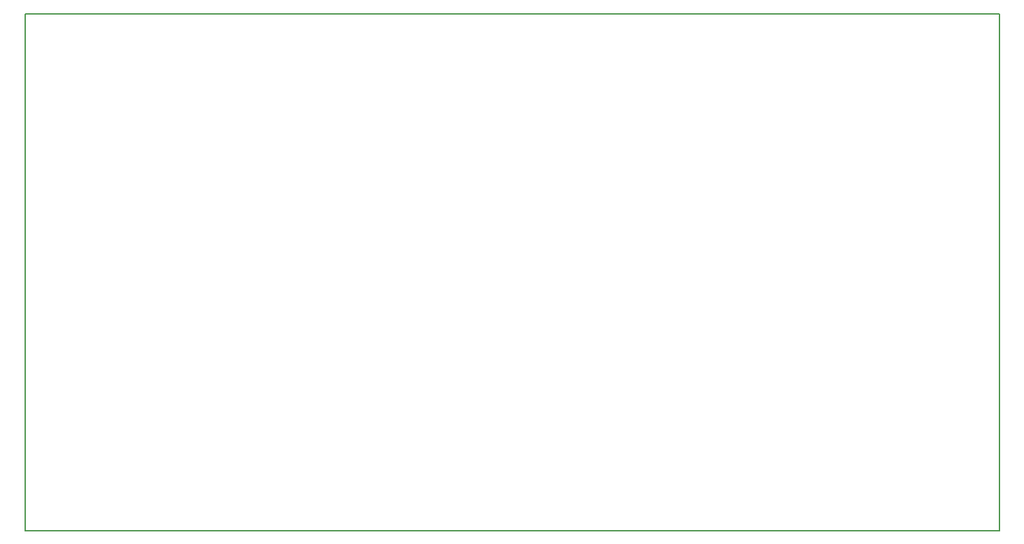
<source format=gbr>
G04 #@! TF.GenerationSoftware,KiCad,Pcbnew,6.0.0-rc1-unknown-r13540.595666d46.fc27*
G04 #@! TF.CreationDate,2018-10-03T14:03:05+02:00*
G04 #@! TF.ProjectId,Bricoleur-pcb,427269636F6C6575722D7063622E6B69,rev?*
G04 #@! TF.SameCoordinates,Original*
G04 #@! TF.FileFunction,Profile,NP*
%FSLAX46Y46*%
G04 Gerber Fmt 4.6, Leading zero omitted, Abs format (unit mm)*
G04 Created by KiCad (PCBNEW 6.0.0-rc1-unknown-r13540.595666d46.fc27) date Wed Oct  3 14:03:05 2018*
%MOMM*%
%LPD*%
G01*
G04 APERTURE LIST*
%ADD10C,0.150000*%
G04 APERTURE END LIST*
D10*
X154374600Y-168884500D02*
X154374600Y-102844500D01*
X29914600Y-168884500D02*
X154374600Y-168884500D01*
X29914600Y-102844500D02*
X29914600Y-168884500D01*
X154374600Y-102844500D02*
X29914600Y-102844500D01*
M02*

</source>
